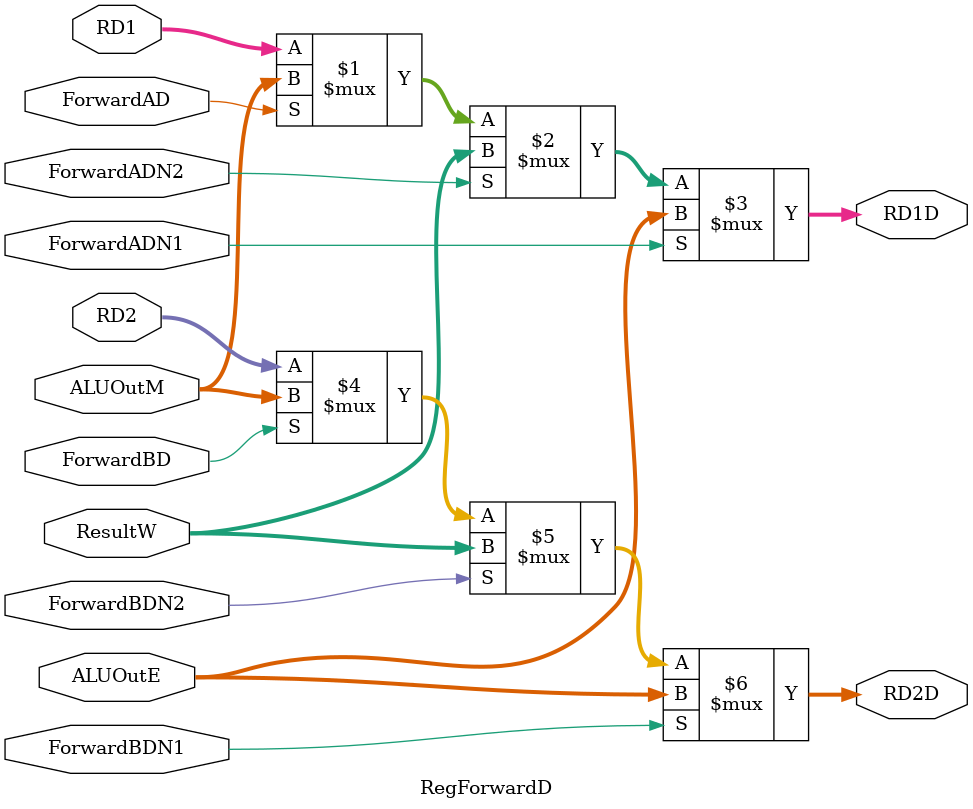
<source format=v>
`timescale 1ns / 1ps


module RegForwardD #(parameter WIDTH=32)
   (
    input ForwardAD,
    input ForwardBD,
	 input ForwardADN1,
	 input ForwardBDN1,
	 input ForwardADN2,
	 input ForwardBDN2,
    input [WIDTH-1:0]  ALUOutM,
	 input [WIDTH-1:0]  ALUOutE,
	 input [WIDTH-1:0]  ResultW,
    input [WIDTH-1:0]  RD1,
    input [WIDTH-1:0]  RD2,
    output [WIDTH-1:0] RD1D,
    output [WIDTH-1:0] RD2D
    );

   assign RD1D=(ForwardADN1)?ALUOutE:(ForwardADN2)?ResultW:(ForwardAD)?ALUOutM:RD1;
   assign RD2D=(ForwardBDN1)?ALUOutE:(ForwardBDN2)?ResultW:(ForwardBD)?ALUOutM:RD2;
   
endmodule // RegForwardD

</source>
